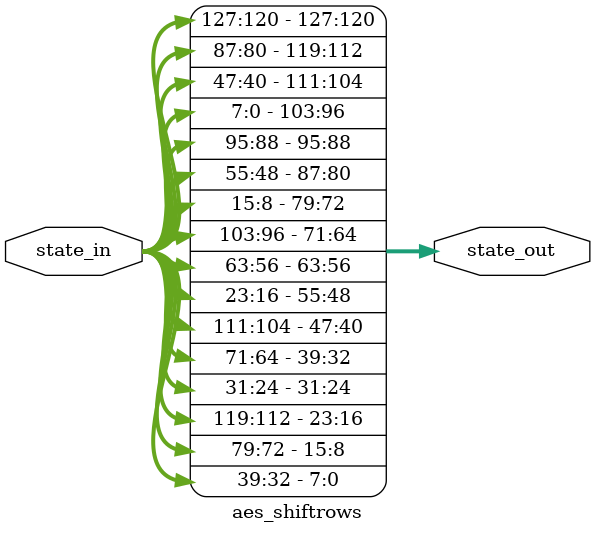
<source format=v>
`timescale 1ns / 1ps


module aes_shiftrows (
    input  wire [127:0] state_in,     // 128-bit state (4x4 matrix flattened)
    output wire [127:0] state_out     // 128-bit state after ShiftRows
);

    // No shift for Row 0
    assign state_out[127:120] = state_in[127:120]; // s0
    assign state_out[95:88]   = state_in[95:88];   // s4
    assign state_out[63:56]   = state_in[63:56];   // s8
    assign state_out[31:24]   = state_in[31:24];   // s12

    // Shift Row 1 by 1
    assign state_out[119:112] = state_in[87:80];   // s5
    assign state_out[87:80]   = state_in[55:48];   // s9
    assign state_out[55:48]   = state_in[23:16];   // s13
    assign state_out[23:16]   = state_in[119:112]; // s1

    // Shift Row 2 by 2
    assign state_out[111:104] = state_in[47:40];   // s10
    assign state_out[79:72]   = state_in[15:8];    // s14
    assign state_out[47:40]   = state_in[111:104]; // s2
    assign state_out[15:8]    = state_in[79:72];   // s6

    // Shift Row 3 by 3 (or Right 1)
    assign state_out[103:96]  = state_in[7:0];     // s15
    assign state_out[71:64]   = state_in[103:96];  // s3
    assign state_out[39:32]   = state_in[71:64];   // s7
    assign state_out[7:0]     = state_in[39:32];   // s11

endmodule


</source>
